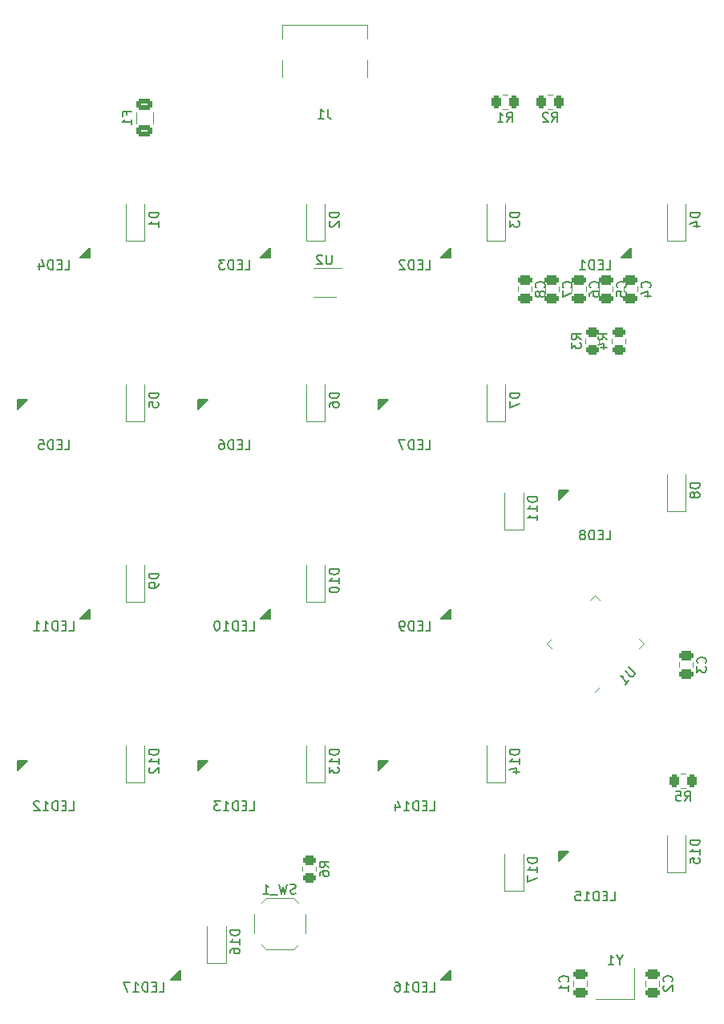
<source format=gbo>
G04 #@! TF.GenerationSoftware,KiCad,Pcbnew,(6.0.1)*
G04 #@! TF.CreationDate,2022-02-22T23:39:04+09:00*
G04 #@! TF.ProjectId,SkeletonNumPad,536b656c-6574-46f6-9e4e-756d5061642e,rev?*
G04 #@! TF.SameCoordinates,Original*
G04 #@! TF.FileFunction,Legend,Bot*
G04 #@! TF.FilePolarity,Positive*
%FSLAX46Y46*%
G04 Gerber Fmt 4.6, Leading zero omitted, Abs format (unit mm)*
G04 Created by KiCad (PCBNEW (6.0.1)) date 2022-02-22 23:39:04*
%MOMM*%
%LPD*%
G01*
G04 APERTURE LIST*
G04 Aperture macros list*
%AMRoundRect*
0 Rectangle with rounded corners*
0 $1 Rounding radius*
0 $2 $3 $4 $5 $6 $7 $8 $9 X,Y pos of 4 corners*
0 Add a 4 corners polygon primitive as box body*
4,1,4,$2,$3,$4,$5,$6,$7,$8,$9,$2,$3,0*
0 Add four circle primitives for the rounded corners*
1,1,$1+$1,$2,$3*
1,1,$1+$1,$4,$5*
1,1,$1+$1,$6,$7*
1,1,$1+$1,$8,$9*
0 Add four rect primitives between the rounded corners*
20,1,$1+$1,$2,$3,$4,$5,0*
20,1,$1+$1,$4,$5,$6,$7,0*
20,1,$1+$1,$6,$7,$8,$9,0*
20,1,$1+$1,$8,$9,$2,$3,0*%
%AMRotRect*
0 Rectangle, with rotation*
0 The origin of the aperture is its center*
0 $1 length*
0 $2 width*
0 $3 Rotation angle, in degrees counterclockwise*
0 Add horizontal line*
21,1,$1,$2,0,0,$3*%
G04 Aperture macros list end*
%ADD10C,0.150000*%
%ADD11C,0.120000*%
%ADD12C,0.600000*%
%ADD13R,0.600000X1.160000*%
%ADD14R,0.300000X1.160000*%
%ADD15O,0.900000X2.000000*%
%ADD16O,0.900000X1.700000*%
%ADD17R,1.200000X0.900000*%
%ADD18RoundRect,0.250000X-0.625000X0.375000X-0.625000X-0.375000X0.625000X-0.375000X0.625000X0.375000X0*%
%ADD19C,1.750000*%
%ADD20C,3.000000*%
%ADD21C,3.987800*%
%ADD22R,2.550000X2.500000*%
%ADD23R,1.700000X0.820000*%
%ADD24RoundRect,0.250000X0.475000X-0.250000X0.475000X0.250000X-0.475000X0.250000X-0.475000X-0.250000X0*%
%ADD25RoundRect,0.250000X-0.262500X-0.450000X0.262500X-0.450000X0.262500X0.450000X-0.262500X0.450000X0*%
%ADD26RoundRect,0.250000X-0.475000X0.250000X-0.475000X-0.250000X0.475000X-0.250000X0.475000X0.250000X0*%
%ADD27R,1.800000X1.100000*%
%ADD28RoundRect,0.250000X-0.450000X0.262500X-0.450000X-0.262500X0.450000X-0.262500X0.450000X0.262500X0*%
%ADD29C,3.048000*%
%ADD30R,1.400000X1.200000*%
%ADD31R,1.400000X1.000000*%
%ADD32RoundRect,0.062500X-0.291682X-0.380070X0.380070X0.291682X0.291682X0.380070X-0.380070X-0.291682X0*%
%ADD33RoundRect,0.062500X0.291682X-0.380070X0.380070X-0.291682X-0.291682X0.380070X-0.380070X0.291682X0*%
%ADD34RotRect,5.200000X5.200000X45.000000*%
%ADD35RoundRect,0.250000X0.450000X-0.262500X0.450000X0.262500X-0.450000X0.262500X-0.450000X-0.262500X0*%
G04 APERTURE END LIST*
D10*
X133683333Y-38847380D02*
X133683333Y-39561666D01*
X133730952Y-39704523D01*
X133826190Y-39799761D01*
X133969047Y-39847380D01*
X134064285Y-39847380D01*
X132683333Y-39847380D02*
X133254761Y-39847380D01*
X132969047Y-39847380D02*
X132969047Y-38847380D01*
X133064285Y-38990238D01*
X133159523Y-39085476D01*
X133254761Y-39133095D01*
X153899880Y-68794404D02*
X152899880Y-68794404D01*
X152899880Y-69032500D01*
X152947500Y-69175357D01*
X153042738Y-69270595D01*
X153137976Y-69318214D01*
X153328452Y-69365833D01*
X153471309Y-69365833D01*
X153661785Y-69318214D01*
X153757023Y-69270595D01*
X153852261Y-69175357D01*
X153899880Y-69032500D01*
X153899880Y-68794404D01*
X152899880Y-69699166D02*
X152899880Y-70365833D01*
X153899880Y-69937261D01*
X112458571Y-39436666D02*
X112458571Y-39103333D01*
X112982380Y-39103333D02*
X111982380Y-39103333D01*
X111982380Y-39579523D01*
X112982380Y-40484285D02*
X112982380Y-39912857D01*
X112982380Y-40198571D02*
X111982380Y-40198571D01*
X112125238Y-40103333D01*
X112220476Y-40008095D01*
X112268095Y-39912857D01*
X134849880Y-87368214D02*
X133849880Y-87368214D01*
X133849880Y-87606309D01*
X133897500Y-87749166D01*
X133992738Y-87844404D01*
X134087976Y-87892023D01*
X134278452Y-87939642D01*
X134421309Y-87939642D01*
X134611785Y-87892023D01*
X134707023Y-87844404D01*
X134802261Y-87749166D01*
X134849880Y-87606309D01*
X134849880Y-87368214D01*
X134849880Y-88892023D02*
X134849880Y-88320595D01*
X134849880Y-88606309D02*
X133849880Y-88606309D01*
X133992738Y-88511071D01*
X134087976Y-88415833D01*
X134135595Y-88320595D01*
X133849880Y-89511071D02*
X133849880Y-89606309D01*
X133897500Y-89701547D01*
X133945119Y-89749166D01*
X134040357Y-89796785D01*
X134230833Y-89844404D01*
X134468928Y-89844404D01*
X134659404Y-89796785D01*
X134754642Y-89749166D01*
X134802261Y-89701547D01*
X134849880Y-89606309D01*
X134849880Y-89511071D01*
X134802261Y-89415833D01*
X134754642Y-89368214D01*
X134659404Y-89320595D01*
X134468928Y-89272976D01*
X134230833Y-89272976D01*
X134040357Y-89320595D01*
X133945119Y-89368214D01*
X133897500Y-89415833D01*
X133849880Y-89511071D01*
X153899880Y-49744404D02*
X152899880Y-49744404D01*
X152899880Y-49982500D01*
X152947500Y-50125357D01*
X153042738Y-50220595D01*
X153137976Y-50268214D01*
X153328452Y-50315833D01*
X153471309Y-50315833D01*
X153661785Y-50268214D01*
X153757023Y-50220595D01*
X153852261Y-50125357D01*
X153899880Y-49982500D01*
X153899880Y-49744404D01*
X152899880Y-50649166D02*
X152899880Y-51268214D01*
X153280833Y-50934880D01*
X153280833Y-51077738D01*
X153328452Y-51172976D01*
X153376071Y-51220595D01*
X153471309Y-51268214D01*
X153709404Y-51268214D01*
X153804642Y-51220595D01*
X153852261Y-51172976D01*
X153899880Y-51077738D01*
X153899880Y-50792023D01*
X153852261Y-50696785D01*
X153804642Y-50649166D01*
X105894047Y-74747380D02*
X106370238Y-74747380D01*
X106370238Y-73747380D01*
X105560714Y-74223571D02*
X105227380Y-74223571D01*
X105084523Y-74747380D02*
X105560714Y-74747380D01*
X105560714Y-73747380D01*
X105084523Y-73747380D01*
X104655952Y-74747380D02*
X104655952Y-73747380D01*
X104417857Y-73747380D01*
X104275000Y-73795000D01*
X104179761Y-73890238D01*
X104132142Y-73985476D01*
X104084523Y-74175952D01*
X104084523Y-74318809D01*
X104132142Y-74509285D01*
X104179761Y-74604523D01*
X104275000Y-74699761D01*
X104417857Y-74747380D01*
X104655952Y-74747380D01*
X103179761Y-73747380D02*
X103655952Y-73747380D01*
X103703571Y-74223571D01*
X103655952Y-74175952D01*
X103560714Y-74128333D01*
X103322619Y-74128333D01*
X103227380Y-74175952D01*
X103179761Y-74223571D01*
X103132142Y-74318809D01*
X103132142Y-74556904D01*
X103179761Y-74652142D01*
X103227380Y-74699761D01*
X103322619Y-74747380D01*
X103560714Y-74747380D01*
X103655952Y-74699761D01*
X103703571Y-74652142D01*
X124372380Y-125468214D02*
X123372380Y-125468214D01*
X123372380Y-125706309D01*
X123420000Y-125849166D01*
X123515238Y-125944404D01*
X123610476Y-125992023D01*
X123800952Y-126039642D01*
X123943809Y-126039642D01*
X124134285Y-125992023D01*
X124229523Y-125944404D01*
X124324761Y-125849166D01*
X124372380Y-125706309D01*
X124372380Y-125468214D01*
X124372380Y-126992023D02*
X124372380Y-126420595D01*
X124372380Y-126706309D02*
X123372380Y-126706309D01*
X123515238Y-126611071D01*
X123610476Y-126515833D01*
X123658095Y-126420595D01*
X123372380Y-127849166D02*
X123372380Y-127658690D01*
X123420000Y-127563452D01*
X123467619Y-127515833D01*
X123610476Y-127420595D01*
X123800952Y-127372976D01*
X124181904Y-127372976D01*
X124277142Y-127420595D01*
X124324761Y-127468214D01*
X124372380Y-127563452D01*
X124372380Y-127753928D01*
X124324761Y-127849166D01*
X124277142Y-127896785D01*
X124181904Y-127944404D01*
X123943809Y-127944404D01*
X123848571Y-127896785D01*
X123800952Y-127849166D01*
X123753333Y-127753928D01*
X123753333Y-127563452D01*
X123800952Y-127468214D01*
X123848571Y-127420595D01*
X123943809Y-127372976D01*
X165094642Y-57683333D02*
X165142261Y-57635714D01*
X165189880Y-57492857D01*
X165189880Y-57397619D01*
X165142261Y-57254761D01*
X165047023Y-57159523D01*
X164951785Y-57111904D01*
X164761309Y-57064285D01*
X164618452Y-57064285D01*
X164427976Y-57111904D01*
X164332738Y-57159523D01*
X164237500Y-57254761D01*
X164189880Y-57397619D01*
X164189880Y-57492857D01*
X164237500Y-57635714D01*
X164285119Y-57683333D01*
X164189880Y-58588095D02*
X164189880Y-58111904D01*
X164666071Y-58064285D01*
X164618452Y-58111904D01*
X164570833Y-58207142D01*
X164570833Y-58445238D01*
X164618452Y-58540476D01*
X164666071Y-58588095D01*
X164761309Y-58635714D01*
X164999404Y-58635714D01*
X165094642Y-58588095D01*
X165142261Y-58540476D01*
X165189880Y-58445238D01*
X165189880Y-58207142D01*
X165142261Y-58111904D01*
X165094642Y-58064285D01*
X157329166Y-40202380D02*
X157662500Y-39726190D01*
X157900595Y-40202380D02*
X157900595Y-39202380D01*
X157519642Y-39202380D01*
X157424404Y-39250000D01*
X157376785Y-39297619D01*
X157329166Y-39392857D01*
X157329166Y-39535714D01*
X157376785Y-39630952D01*
X157424404Y-39678571D01*
X157519642Y-39726190D01*
X157900595Y-39726190D01*
X156948214Y-39297619D02*
X156900595Y-39250000D01*
X156805357Y-39202380D01*
X156567261Y-39202380D01*
X156472023Y-39250000D01*
X156424404Y-39297619D01*
X156376785Y-39392857D01*
X156376785Y-39488095D01*
X156424404Y-39630952D01*
X156995833Y-40202380D01*
X156376785Y-40202380D01*
X159024642Y-130923333D02*
X159072261Y-130875714D01*
X159119880Y-130732857D01*
X159119880Y-130637619D01*
X159072261Y-130494761D01*
X158977023Y-130399523D01*
X158881785Y-130351904D01*
X158691309Y-130304285D01*
X158548452Y-130304285D01*
X158357976Y-130351904D01*
X158262738Y-130399523D01*
X158167500Y-130494761D01*
X158119880Y-130637619D01*
X158119880Y-130732857D01*
X158167500Y-130875714D01*
X158215119Y-130923333D01*
X159119880Y-131875714D02*
X159119880Y-131304285D01*
X159119880Y-131590000D02*
X158119880Y-131590000D01*
X158262738Y-131494761D01*
X158357976Y-131399523D01*
X158405595Y-131304285D01*
X115799880Y-87844404D02*
X114799880Y-87844404D01*
X114799880Y-88082500D01*
X114847500Y-88225357D01*
X114942738Y-88320595D01*
X115037976Y-88368214D01*
X115228452Y-88415833D01*
X115371309Y-88415833D01*
X115561785Y-88368214D01*
X115657023Y-88320595D01*
X115752261Y-88225357D01*
X115799880Y-88082500D01*
X115799880Y-87844404D01*
X115799880Y-88892023D02*
X115799880Y-89082500D01*
X115752261Y-89177738D01*
X115704642Y-89225357D01*
X115561785Y-89320595D01*
X115371309Y-89368214D01*
X114990357Y-89368214D01*
X114895119Y-89320595D01*
X114847500Y-89272976D01*
X114799880Y-89177738D01*
X114799880Y-88987261D01*
X114847500Y-88892023D01*
X114895119Y-88844404D01*
X114990357Y-88796785D01*
X115228452Y-88796785D01*
X115323690Y-88844404D01*
X115371309Y-88892023D01*
X115418928Y-88987261D01*
X115418928Y-89177738D01*
X115371309Y-89272976D01*
X115323690Y-89320595D01*
X115228452Y-89368214D01*
X115895238Y-131952380D02*
X116371428Y-131952380D01*
X116371428Y-130952380D01*
X115561904Y-131428571D02*
X115228571Y-131428571D01*
X115085714Y-131952380D02*
X115561904Y-131952380D01*
X115561904Y-130952380D01*
X115085714Y-130952380D01*
X114657142Y-131952380D02*
X114657142Y-130952380D01*
X114419047Y-130952380D01*
X114276190Y-131000000D01*
X114180952Y-131095238D01*
X114133333Y-131190476D01*
X114085714Y-131380952D01*
X114085714Y-131523809D01*
X114133333Y-131714285D01*
X114180952Y-131809523D01*
X114276190Y-131904761D01*
X114419047Y-131952380D01*
X114657142Y-131952380D01*
X113133333Y-131952380D02*
X113704761Y-131952380D01*
X113419047Y-131952380D02*
X113419047Y-130952380D01*
X113514285Y-131095238D01*
X113609523Y-131190476D01*
X113704761Y-131238095D01*
X112800000Y-130952380D02*
X112133333Y-130952380D01*
X112561904Y-131952380D01*
X134849880Y-49744404D02*
X133849880Y-49744404D01*
X133849880Y-49982500D01*
X133897500Y-50125357D01*
X133992738Y-50220595D01*
X134087976Y-50268214D01*
X134278452Y-50315833D01*
X134421309Y-50315833D01*
X134611785Y-50268214D01*
X134707023Y-50220595D01*
X134802261Y-50125357D01*
X134849880Y-49982500D01*
X134849880Y-49744404D01*
X133945119Y-50696785D02*
X133897500Y-50744404D01*
X133849880Y-50839642D01*
X133849880Y-51077738D01*
X133897500Y-51172976D01*
X133945119Y-51220595D01*
X134040357Y-51268214D01*
X134135595Y-51268214D01*
X134278452Y-51220595D01*
X134849880Y-50649166D01*
X134849880Y-51268214D01*
X144470238Y-131952380D02*
X144946428Y-131952380D01*
X144946428Y-130952380D01*
X144136904Y-131428571D02*
X143803571Y-131428571D01*
X143660714Y-131952380D02*
X144136904Y-131952380D01*
X144136904Y-130952380D01*
X143660714Y-130952380D01*
X143232142Y-131952380D02*
X143232142Y-130952380D01*
X142994047Y-130952380D01*
X142851190Y-131000000D01*
X142755952Y-131095238D01*
X142708333Y-131190476D01*
X142660714Y-131380952D01*
X142660714Y-131523809D01*
X142708333Y-131714285D01*
X142755952Y-131809523D01*
X142851190Y-131904761D01*
X142994047Y-131952380D01*
X143232142Y-131952380D01*
X141708333Y-131952380D02*
X142279761Y-131952380D01*
X141994047Y-131952380D02*
X141994047Y-130952380D01*
X142089285Y-131095238D01*
X142184523Y-131190476D01*
X142279761Y-131238095D01*
X140851190Y-130952380D02*
X141041666Y-130952380D01*
X141136904Y-131000000D01*
X141184523Y-131047619D01*
X141279761Y-131190476D01*
X141327380Y-131380952D01*
X141327380Y-131761904D01*
X141279761Y-131857142D01*
X141232142Y-131904761D01*
X141136904Y-131952380D01*
X140946428Y-131952380D01*
X140851190Y-131904761D01*
X140803571Y-131857142D01*
X140755952Y-131761904D01*
X140755952Y-131523809D01*
X140803571Y-131428571D01*
X140851190Y-131380952D01*
X140946428Y-131333333D01*
X141136904Y-131333333D01*
X141232142Y-131380952D01*
X141279761Y-131428571D01*
X141327380Y-131523809D01*
X171356666Y-111822380D02*
X171690000Y-111346190D01*
X171928095Y-111822380D02*
X171928095Y-110822380D01*
X171547142Y-110822380D01*
X171451904Y-110870000D01*
X171404285Y-110917619D01*
X171356666Y-111012857D01*
X171356666Y-111155714D01*
X171404285Y-111250952D01*
X171451904Y-111298571D01*
X171547142Y-111346190D01*
X171928095Y-111346190D01*
X170451904Y-110822380D02*
X170928095Y-110822380D01*
X170975714Y-111298571D01*
X170928095Y-111250952D01*
X170832857Y-111203333D01*
X170594761Y-111203333D01*
X170499523Y-111250952D01*
X170451904Y-111298571D01*
X170404285Y-111393809D01*
X170404285Y-111631904D01*
X170451904Y-111727142D01*
X170499523Y-111774761D01*
X170594761Y-111822380D01*
X170832857Y-111822380D01*
X170928095Y-111774761D01*
X170975714Y-111727142D01*
X134849880Y-68794404D02*
X133849880Y-68794404D01*
X133849880Y-69032500D01*
X133897500Y-69175357D01*
X133992738Y-69270595D01*
X134087976Y-69318214D01*
X134278452Y-69365833D01*
X134421309Y-69365833D01*
X134611785Y-69318214D01*
X134707023Y-69270595D01*
X134802261Y-69175357D01*
X134849880Y-69032500D01*
X134849880Y-68794404D01*
X133849880Y-70222976D02*
X133849880Y-70032500D01*
X133897500Y-69937261D01*
X133945119Y-69889642D01*
X134087976Y-69794404D01*
X134278452Y-69746785D01*
X134659404Y-69746785D01*
X134754642Y-69794404D01*
X134802261Y-69842023D01*
X134849880Y-69937261D01*
X134849880Y-70127738D01*
X134802261Y-70222976D01*
X134754642Y-70270595D01*
X134659404Y-70318214D01*
X134421309Y-70318214D01*
X134326071Y-70270595D01*
X134278452Y-70222976D01*
X134230833Y-70127738D01*
X134230833Y-69937261D01*
X134278452Y-69842023D01*
X134326071Y-69794404D01*
X134421309Y-69746785D01*
X152566666Y-40202380D02*
X152900000Y-39726190D01*
X153138095Y-40202380D02*
X153138095Y-39202380D01*
X152757142Y-39202380D01*
X152661904Y-39250000D01*
X152614285Y-39297619D01*
X152566666Y-39392857D01*
X152566666Y-39535714D01*
X152614285Y-39630952D01*
X152661904Y-39678571D01*
X152757142Y-39726190D01*
X153138095Y-39726190D01*
X151614285Y-40202380D02*
X152185714Y-40202380D01*
X151900000Y-40202380D02*
X151900000Y-39202380D01*
X151995238Y-39345238D01*
X152090476Y-39440476D01*
X152185714Y-39488095D01*
X143994047Y-93852380D02*
X144470238Y-93852380D01*
X144470238Y-92852380D01*
X143660714Y-93328571D02*
X143327380Y-93328571D01*
X143184523Y-93852380D02*
X143660714Y-93852380D01*
X143660714Y-92852380D01*
X143184523Y-92852380D01*
X142755952Y-93852380D02*
X142755952Y-92852380D01*
X142517857Y-92852380D01*
X142375000Y-92900000D01*
X142279761Y-92995238D01*
X142232142Y-93090476D01*
X142184523Y-93280952D01*
X142184523Y-93423809D01*
X142232142Y-93614285D01*
X142279761Y-93709523D01*
X142375000Y-93804761D01*
X142517857Y-93852380D01*
X142755952Y-93852380D01*
X141708333Y-93852380D02*
X141517857Y-93852380D01*
X141422619Y-93804761D01*
X141375000Y-93757142D01*
X141279761Y-93614285D01*
X141232142Y-93423809D01*
X141232142Y-93042857D01*
X141279761Y-92947619D01*
X141327380Y-92900000D01*
X141422619Y-92852380D01*
X141613095Y-92852380D01*
X141708333Y-92900000D01*
X141755952Y-92947619D01*
X141803571Y-93042857D01*
X141803571Y-93280952D01*
X141755952Y-93376190D01*
X141708333Y-93423809D01*
X141613095Y-93471428D01*
X141422619Y-93471428D01*
X141327380Y-93423809D01*
X141279761Y-93376190D01*
X141232142Y-93280952D01*
X115799880Y-49744404D02*
X114799880Y-49744404D01*
X114799880Y-49982500D01*
X114847500Y-50125357D01*
X114942738Y-50220595D01*
X115037976Y-50268214D01*
X115228452Y-50315833D01*
X115371309Y-50315833D01*
X115561785Y-50268214D01*
X115657023Y-50220595D01*
X115752261Y-50125357D01*
X115799880Y-49982500D01*
X115799880Y-49744404D01*
X115799880Y-51268214D02*
X115799880Y-50696785D01*
X115799880Y-50982500D02*
X114799880Y-50982500D01*
X114942738Y-50887261D01*
X115037976Y-50792023D01*
X115085595Y-50696785D01*
X105894047Y-55752380D02*
X106370238Y-55752380D01*
X106370238Y-54752380D01*
X105560714Y-55228571D02*
X105227380Y-55228571D01*
X105084523Y-55752380D02*
X105560714Y-55752380D01*
X105560714Y-54752380D01*
X105084523Y-54752380D01*
X104655952Y-55752380D02*
X104655952Y-54752380D01*
X104417857Y-54752380D01*
X104275000Y-54800000D01*
X104179761Y-54895238D01*
X104132142Y-54990476D01*
X104084523Y-55180952D01*
X104084523Y-55323809D01*
X104132142Y-55514285D01*
X104179761Y-55609523D01*
X104275000Y-55704761D01*
X104417857Y-55752380D01*
X104655952Y-55752380D01*
X103227380Y-55085714D02*
X103227380Y-55752380D01*
X103465476Y-54704761D02*
X103703571Y-55419047D01*
X103084523Y-55419047D01*
X130301785Y-121582261D02*
X130158928Y-121629880D01*
X129920833Y-121629880D01*
X129825595Y-121582261D01*
X129777976Y-121534642D01*
X129730357Y-121439404D01*
X129730357Y-121344166D01*
X129777976Y-121248928D01*
X129825595Y-121201309D01*
X129920833Y-121153690D01*
X130111309Y-121106071D01*
X130206547Y-121058452D01*
X130254166Y-121010833D01*
X130301785Y-120915595D01*
X130301785Y-120820357D01*
X130254166Y-120725119D01*
X130206547Y-120677500D01*
X130111309Y-120629880D01*
X129873214Y-120629880D01*
X129730357Y-120677500D01*
X129397023Y-120629880D02*
X129158928Y-121629880D01*
X128968452Y-120915595D01*
X128777976Y-121629880D01*
X128539880Y-120629880D01*
X128397023Y-121725119D02*
X127635119Y-121725119D01*
X126873214Y-121629880D02*
X127444642Y-121629880D01*
X127158928Y-121629880D02*
X127158928Y-120629880D01*
X127254166Y-120772738D01*
X127349404Y-120867976D01*
X127444642Y-120915595D01*
X159379642Y-57683333D02*
X159427261Y-57635714D01*
X159474880Y-57492857D01*
X159474880Y-57397619D01*
X159427261Y-57254761D01*
X159332023Y-57159523D01*
X159236785Y-57111904D01*
X159046309Y-57064285D01*
X158903452Y-57064285D01*
X158712976Y-57111904D01*
X158617738Y-57159523D01*
X158522500Y-57254761D01*
X158474880Y-57397619D01*
X158474880Y-57492857D01*
X158522500Y-57635714D01*
X158570119Y-57683333D01*
X158474880Y-58016666D02*
X158474880Y-58683333D01*
X159474880Y-58254761D01*
X143994047Y-55752380D02*
X144470238Y-55752380D01*
X144470238Y-54752380D01*
X143660714Y-55228571D02*
X143327380Y-55228571D01*
X143184523Y-55752380D02*
X143660714Y-55752380D01*
X143660714Y-54752380D01*
X143184523Y-54752380D01*
X142755952Y-55752380D02*
X142755952Y-54752380D01*
X142517857Y-54752380D01*
X142375000Y-54800000D01*
X142279761Y-54895238D01*
X142232142Y-54990476D01*
X142184523Y-55180952D01*
X142184523Y-55323809D01*
X142232142Y-55514285D01*
X142279761Y-55609523D01*
X142375000Y-55704761D01*
X142517857Y-55752380D01*
X142755952Y-55752380D01*
X141803571Y-54847619D02*
X141755952Y-54800000D01*
X141660714Y-54752380D01*
X141422619Y-54752380D01*
X141327380Y-54800000D01*
X141279761Y-54847619D01*
X141232142Y-54942857D01*
X141232142Y-55038095D01*
X141279761Y-55180952D01*
X141851190Y-55752380D01*
X141232142Y-55752380D01*
X163192380Y-63163333D02*
X162716190Y-62830000D01*
X163192380Y-62591904D02*
X162192380Y-62591904D01*
X162192380Y-62972857D01*
X162240000Y-63068095D01*
X162287619Y-63115714D01*
X162382857Y-63163333D01*
X162525714Y-63163333D01*
X162620952Y-63115714D01*
X162668571Y-63068095D01*
X162716190Y-62972857D01*
X162716190Y-62591904D01*
X162525714Y-64020476D02*
X163192380Y-64020476D01*
X162144761Y-63782380D02*
X162859047Y-63544285D01*
X162859047Y-64163333D01*
X163044047Y-55752380D02*
X163520238Y-55752380D01*
X163520238Y-54752380D01*
X162710714Y-55228571D02*
X162377380Y-55228571D01*
X162234523Y-55752380D02*
X162710714Y-55752380D01*
X162710714Y-54752380D01*
X162234523Y-54752380D01*
X161805952Y-55752380D02*
X161805952Y-54752380D01*
X161567857Y-54752380D01*
X161425000Y-54800000D01*
X161329761Y-54895238D01*
X161282142Y-54990476D01*
X161234523Y-55180952D01*
X161234523Y-55323809D01*
X161282142Y-55514285D01*
X161329761Y-55609523D01*
X161425000Y-55704761D01*
X161567857Y-55752380D01*
X161805952Y-55752380D01*
X160282142Y-55752380D02*
X160853571Y-55752380D01*
X160567857Y-55752380D02*
X160567857Y-54752380D01*
X160663095Y-54895238D01*
X160758333Y-54990476D01*
X160853571Y-55038095D01*
X172949880Y-78319404D02*
X171949880Y-78319404D01*
X171949880Y-78557500D01*
X171997500Y-78700357D01*
X172092738Y-78795595D01*
X172187976Y-78843214D01*
X172378452Y-78890833D01*
X172521309Y-78890833D01*
X172711785Y-78843214D01*
X172807023Y-78795595D01*
X172902261Y-78700357D01*
X172949880Y-78557500D01*
X172949880Y-78319404D01*
X172378452Y-79462261D02*
X172330833Y-79367023D01*
X172283214Y-79319404D01*
X172187976Y-79271785D01*
X172140357Y-79271785D01*
X172045119Y-79319404D01*
X171997500Y-79367023D01*
X171949880Y-79462261D01*
X171949880Y-79652738D01*
X171997500Y-79747976D01*
X172045119Y-79795595D01*
X172140357Y-79843214D01*
X172187976Y-79843214D01*
X172283214Y-79795595D01*
X172330833Y-79747976D01*
X172378452Y-79652738D01*
X172378452Y-79462261D01*
X172426071Y-79367023D01*
X172473690Y-79319404D01*
X172568928Y-79271785D01*
X172759404Y-79271785D01*
X172854642Y-79319404D01*
X172902261Y-79367023D01*
X172949880Y-79462261D01*
X172949880Y-79652738D01*
X172902261Y-79747976D01*
X172854642Y-79795595D01*
X172759404Y-79843214D01*
X172568928Y-79843214D01*
X172473690Y-79795595D01*
X172426071Y-79747976D01*
X172378452Y-79652738D01*
X163520238Y-122372380D02*
X163996428Y-122372380D01*
X163996428Y-121372380D01*
X163186904Y-121848571D02*
X162853571Y-121848571D01*
X162710714Y-122372380D02*
X163186904Y-122372380D01*
X163186904Y-121372380D01*
X162710714Y-121372380D01*
X162282142Y-122372380D02*
X162282142Y-121372380D01*
X162044047Y-121372380D01*
X161901190Y-121420000D01*
X161805952Y-121515238D01*
X161758333Y-121610476D01*
X161710714Y-121800952D01*
X161710714Y-121943809D01*
X161758333Y-122134285D01*
X161805952Y-122229523D01*
X161901190Y-122324761D01*
X162044047Y-122372380D01*
X162282142Y-122372380D01*
X160758333Y-122372380D02*
X161329761Y-122372380D01*
X161044047Y-122372380D02*
X161044047Y-121372380D01*
X161139285Y-121515238D01*
X161234523Y-121610476D01*
X161329761Y-121658095D01*
X159853571Y-121372380D02*
X160329761Y-121372380D01*
X160377380Y-121848571D01*
X160329761Y-121800952D01*
X160234523Y-121753333D01*
X159996428Y-121753333D01*
X159901190Y-121800952D01*
X159853571Y-121848571D01*
X159805952Y-121943809D01*
X159805952Y-122181904D01*
X159853571Y-122277142D01*
X159901190Y-122324761D01*
X159996428Y-122372380D01*
X160234523Y-122372380D01*
X160329761Y-122324761D01*
X160377380Y-122277142D01*
X115799880Y-68794404D02*
X114799880Y-68794404D01*
X114799880Y-69032500D01*
X114847500Y-69175357D01*
X114942738Y-69270595D01*
X115037976Y-69318214D01*
X115228452Y-69365833D01*
X115371309Y-69365833D01*
X115561785Y-69318214D01*
X115657023Y-69270595D01*
X115752261Y-69175357D01*
X115799880Y-69032500D01*
X115799880Y-68794404D01*
X114799880Y-70270595D02*
X114799880Y-69794404D01*
X115276071Y-69746785D01*
X115228452Y-69794404D01*
X115180833Y-69889642D01*
X115180833Y-70127738D01*
X115228452Y-70222976D01*
X115276071Y-70270595D01*
X115371309Y-70318214D01*
X115609404Y-70318214D01*
X115704642Y-70270595D01*
X115752261Y-70222976D01*
X115799880Y-70127738D01*
X115799880Y-69889642D01*
X115752261Y-69794404D01*
X115704642Y-69746785D01*
X155804880Y-117848214D02*
X154804880Y-117848214D01*
X154804880Y-118086309D01*
X154852500Y-118229166D01*
X154947738Y-118324404D01*
X155042976Y-118372023D01*
X155233452Y-118419642D01*
X155376309Y-118419642D01*
X155566785Y-118372023D01*
X155662023Y-118324404D01*
X155757261Y-118229166D01*
X155804880Y-118086309D01*
X155804880Y-117848214D01*
X155804880Y-119372023D02*
X155804880Y-118800595D01*
X155804880Y-119086309D02*
X154804880Y-119086309D01*
X154947738Y-118991071D01*
X155042976Y-118895833D01*
X155090595Y-118800595D01*
X154804880Y-119705357D02*
X154804880Y-120372023D01*
X155804880Y-119943452D01*
X172949880Y-115943214D02*
X171949880Y-115943214D01*
X171949880Y-116181309D01*
X171997500Y-116324166D01*
X172092738Y-116419404D01*
X172187976Y-116467023D01*
X172378452Y-116514642D01*
X172521309Y-116514642D01*
X172711785Y-116467023D01*
X172807023Y-116419404D01*
X172902261Y-116324166D01*
X172949880Y-116181309D01*
X172949880Y-115943214D01*
X172949880Y-117467023D02*
X172949880Y-116895595D01*
X172949880Y-117181309D02*
X171949880Y-117181309D01*
X172092738Y-117086071D01*
X172187976Y-116990833D01*
X172235595Y-116895595D01*
X171949880Y-118371785D02*
X171949880Y-117895595D01*
X172426071Y-117847976D01*
X172378452Y-117895595D01*
X172330833Y-117990833D01*
X172330833Y-118228928D01*
X172378452Y-118324166D01*
X172426071Y-118371785D01*
X172521309Y-118419404D01*
X172759404Y-118419404D01*
X172854642Y-118371785D01*
X172902261Y-118324166D01*
X172949880Y-118228928D01*
X172949880Y-117990833D01*
X172902261Y-117895595D01*
X172854642Y-117847976D01*
X173547142Y-97303333D02*
X173594761Y-97255714D01*
X173642380Y-97112857D01*
X173642380Y-97017619D01*
X173594761Y-96874761D01*
X173499523Y-96779523D01*
X173404285Y-96731904D01*
X173213809Y-96684285D01*
X173070952Y-96684285D01*
X172880476Y-96731904D01*
X172785238Y-96779523D01*
X172690000Y-96874761D01*
X172642380Y-97017619D01*
X172642380Y-97112857D01*
X172690000Y-97255714D01*
X172737619Y-97303333D01*
X172642380Y-97636666D02*
X172642380Y-98255714D01*
X173023333Y-97922380D01*
X173023333Y-98065238D01*
X173070952Y-98160476D01*
X173118571Y-98208095D01*
X173213809Y-98255714D01*
X173451904Y-98255714D01*
X173547142Y-98208095D01*
X173594761Y-98160476D01*
X173642380Y-98065238D01*
X173642380Y-97779523D01*
X173594761Y-97684285D01*
X173547142Y-97636666D01*
X134091904Y-54222380D02*
X134091904Y-55031904D01*
X134044285Y-55127142D01*
X133996666Y-55174761D01*
X133901428Y-55222380D01*
X133710952Y-55222380D01*
X133615714Y-55174761D01*
X133568095Y-55127142D01*
X133520476Y-55031904D01*
X133520476Y-54222380D01*
X133091904Y-54317619D02*
X133044285Y-54270000D01*
X132949047Y-54222380D01*
X132710952Y-54222380D01*
X132615714Y-54270000D01*
X132568095Y-54317619D01*
X132520476Y-54412857D01*
X132520476Y-54508095D01*
X132568095Y-54650952D01*
X133139523Y-55222380D01*
X132520476Y-55222380D01*
X167683942Y-57683333D02*
X167731561Y-57635714D01*
X167779180Y-57492857D01*
X167779180Y-57397619D01*
X167731561Y-57254761D01*
X167636323Y-57159523D01*
X167541085Y-57111904D01*
X167350609Y-57064285D01*
X167207752Y-57064285D01*
X167017276Y-57111904D01*
X166922038Y-57159523D01*
X166826800Y-57254761D01*
X166779180Y-57397619D01*
X166779180Y-57492857D01*
X166826800Y-57635714D01*
X166874419Y-57683333D01*
X167112514Y-58540476D02*
X167779180Y-58540476D01*
X166731561Y-58302380D02*
X167445847Y-58064285D01*
X167445847Y-58683333D01*
X144470238Y-112847380D02*
X144946428Y-112847380D01*
X144946428Y-111847380D01*
X144136904Y-112323571D02*
X143803571Y-112323571D01*
X143660714Y-112847380D02*
X144136904Y-112847380D01*
X144136904Y-111847380D01*
X143660714Y-111847380D01*
X143232142Y-112847380D02*
X143232142Y-111847380D01*
X142994047Y-111847380D01*
X142851190Y-111895000D01*
X142755952Y-111990238D01*
X142708333Y-112085476D01*
X142660714Y-112275952D01*
X142660714Y-112418809D01*
X142708333Y-112609285D01*
X142755952Y-112704523D01*
X142851190Y-112799761D01*
X142994047Y-112847380D01*
X143232142Y-112847380D01*
X141708333Y-112847380D02*
X142279761Y-112847380D01*
X141994047Y-112847380D02*
X141994047Y-111847380D01*
X142089285Y-111990238D01*
X142184523Y-112085476D01*
X142279761Y-112133095D01*
X140851190Y-112180714D02*
X140851190Y-112847380D01*
X141089285Y-111799761D02*
X141327380Y-112514047D01*
X140708333Y-112514047D01*
X165484777Y-97732281D02*
X166057197Y-98304701D01*
X166090869Y-98405716D01*
X166090869Y-98473060D01*
X166057197Y-98574075D01*
X165922510Y-98708762D01*
X165821495Y-98742434D01*
X165754151Y-98742434D01*
X165653136Y-98708762D01*
X165080716Y-98136342D01*
X165080716Y-99550556D02*
X165484777Y-99146495D01*
X165282747Y-99348525D02*
X164575640Y-98641419D01*
X164743999Y-98675090D01*
X164878686Y-98675090D01*
X164979701Y-98641419D01*
X115799880Y-106418214D02*
X114799880Y-106418214D01*
X114799880Y-106656309D01*
X114847500Y-106799166D01*
X114942738Y-106894404D01*
X115037976Y-106942023D01*
X115228452Y-106989642D01*
X115371309Y-106989642D01*
X115561785Y-106942023D01*
X115657023Y-106894404D01*
X115752261Y-106799166D01*
X115799880Y-106656309D01*
X115799880Y-106418214D01*
X115799880Y-107942023D02*
X115799880Y-107370595D01*
X115799880Y-107656309D02*
X114799880Y-107656309D01*
X114942738Y-107561071D01*
X115037976Y-107465833D01*
X115085595Y-107370595D01*
X114895119Y-108322976D02*
X114847500Y-108370595D01*
X114799880Y-108465833D01*
X114799880Y-108703928D01*
X114847500Y-108799166D01*
X114895119Y-108846785D01*
X114990357Y-108894404D01*
X115085595Y-108894404D01*
X115228452Y-108846785D01*
X115799880Y-108275357D01*
X115799880Y-108894404D01*
X170004642Y-130923333D02*
X170052261Y-130875714D01*
X170099880Y-130732857D01*
X170099880Y-130637619D01*
X170052261Y-130494761D01*
X169957023Y-130399523D01*
X169861785Y-130351904D01*
X169671309Y-130304285D01*
X169528452Y-130304285D01*
X169337976Y-130351904D01*
X169242738Y-130399523D01*
X169147500Y-130494761D01*
X169099880Y-130637619D01*
X169099880Y-130732857D01*
X169147500Y-130875714D01*
X169195119Y-130923333D01*
X169195119Y-131304285D02*
X169147500Y-131351904D01*
X169099880Y-131447142D01*
X169099880Y-131685238D01*
X169147500Y-131780476D01*
X169195119Y-131828095D01*
X169290357Y-131875714D01*
X169385595Y-131875714D01*
X169528452Y-131828095D01*
X170099880Y-131256666D01*
X170099880Y-131875714D01*
X172949880Y-49744404D02*
X171949880Y-49744404D01*
X171949880Y-49982500D01*
X171997500Y-50125357D01*
X172092738Y-50220595D01*
X172187976Y-50268214D01*
X172378452Y-50315833D01*
X172521309Y-50315833D01*
X172711785Y-50268214D01*
X172807023Y-50220595D01*
X172902261Y-50125357D01*
X172949880Y-49982500D01*
X172949880Y-49744404D01*
X172283214Y-51172976D02*
X172949880Y-51172976D01*
X171902261Y-50934880D02*
X172616547Y-50696785D01*
X172616547Y-51315833D01*
X156522142Y-57683333D02*
X156569761Y-57635714D01*
X156617380Y-57492857D01*
X156617380Y-57397619D01*
X156569761Y-57254761D01*
X156474523Y-57159523D01*
X156379285Y-57111904D01*
X156188809Y-57064285D01*
X156045952Y-57064285D01*
X155855476Y-57111904D01*
X155760238Y-57159523D01*
X155665000Y-57254761D01*
X155617380Y-57397619D01*
X155617380Y-57492857D01*
X155665000Y-57635714D01*
X155712619Y-57683333D01*
X156045952Y-58254761D02*
X155998333Y-58159523D01*
X155950714Y-58111904D01*
X155855476Y-58064285D01*
X155807857Y-58064285D01*
X155712619Y-58111904D01*
X155665000Y-58159523D01*
X155617380Y-58254761D01*
X155617380Y-58445238D01*
X155665000Y-58540476D01*
X155712619Y-58588095D01*
X155807857Y-58635714D01*
X155855476Y-58635714D01*
X155950714Y-58588095D01*
X155998333Y-58540476D01*
X156045952Y-58445238D01*
X156045952Y-58254761D01*
X156093571Y-58159523D01*
X156141190Y-58111904D01*
X156236428Y-58064285D01*
X156426904Y-58064285D01*
X156522142Y-58111904D01*
X156569761Y-58159523D01*
X156617380Y-58254761D01*
X156617380Y-58445238D01*
X156569761Y-58540476D01*
X156522142Y-58588095D01*
X156426904Y-58635714D01*
X156236428Y-58635714D01*
X156141190Y-58588095D01*
X156093571Y-58540476D01*
X156045952Y-58445238D01*
X153899880Y-106418214D02*
X152899880Y-106418214D01*
X152899880Y-106656309D01*
X152947500Y-106799166D01*
X153042738Y-106894404D01*
X153137976Y-106942023D01*
X153328452Y-106989642D01*
X153471309Y-106989642D01*
X153661785Y-106942023D01*
X153757023Y-106894404D01*
X153852261Y-106799166D01*
X153899880Y-106656309D01*
X153899880Y-106418214D01*
X153899880Y-107942023D02*
X153899880Y-107370595D01*
X153899880Y-107656309D02*
X152899880Y-107656309D01*
X153042738Y-107561071D01*
X153137976Y-107465833D01*
X153185595Y-107370595D01*
X153233214Y-108799166D02*
X153899880Y-108799166D01*
X152852261Y-108561071D02*
X153566547Y-108322976D01*
X153566547Y-108942023D01*
X106370238Y-93852380D02*
X106846428Y-93852380D01*
X106846428Y-92852380D01*
X106036904Y-93328571D02*
X105703571Y-93328571D01*
X105560714Y-93852380D02*
X106036904Y-93852380D01*
X106036904Y-92852380D01*
X105560714Y-92852380D01*
X105132142Y-93852380D02*
X105132142Y-92852380D01*
X104894047Y-92852380D01*
X104751190Y-92900000D01*
X104655952Y-92995238D01*
X104608333Y-93090476D01*
X104560714Y-93280952D01*
X104560714Y-93423809D01*
X104608333Y-93614285D01*
X104655952Y-93709523D01*
X104751190Y-93804761D01*
X104894047Y-93852380D01*
X105132142Y-93852380D01*
X103608333Y-93852380D02*
X104179761Y-93852380D01*
X103894047Y-93852380D02*
X103894047Y-92852380D01*
X103989285Y-92995238D01*
X104084523Y-93090476D01*
X104179761Y-93138095D01*
X102655952Y-93852380D02*
X103227380Y-93852380D01*
X102941666Y-93852380D02*
X102941666Y-92852380D01*
X103036904Y-92995238D01*
X103132142Y-93090476D01*
X103227380Y-93138095D01*
X164486190Y-128616190D02*
X164486190Y-129092380D01*
X164819523Y-128092380D02*
X164486190Y-128616190D01*
X164152857Y-128092380D01*
X163295714Y-129092380D02*
X163867142Y-129092380D01*
X163581428Y-129092380D02*
X163581428Y-128092380D01*
X163676666Y-128235238D01*
X163771904Y-128330476D01*
X163867142Y-128378095D01*
X125420238Y-112847380D02*
X125896428Y-112847380D01*
X125896428Y-111847380D01*
X125086904Y-112323571D02*
X124753571Y-112323571D01*
X124610714Y-112847380D02*
X125086904Y-112847380D01*
X125086904Y-111847380D01*
X124610714Y-111847380D01*
X124182142Y-112847380D02*
X124182142Y-111847380D01*
X123944047Y-111847380D01*
X123801190Y-111895000D01*
X123705952Y-111990238D01*
X123658333Y-112085476D01*
X123610714Y-112275952D01*
X123610714Y-112418809D01*
X123658333Y-112609285D01*
X123705952Y-112704523D01*
X123801190Y-112799761D01*
X123944047Y-112847380D01*
X124182142Y-112847380D01*
X122658333Y-112847380D02*
X123229761Y-112847380D01*
X122944047Y-112847380D02*
X122944047Y-111847380D01*
X123039285Y-111990238D01*
X123134523Y-112085476D01*
X123229761Y-112133095D01*
X122325000Y-111847380D02*
X121705952Y-111847380D01*
X122039285Y-112228333D01*
X121896428Y-112228333D01*
X121801190Y-112275952D01*
X121753571Y-112323571D01*
X121705952Y-112418809D01*
X121705952Y-112656904D01*
X121753571Y-112752142D01*
X121801190Y-112799761D01*
X121896428Y-112847380D01*
X122182142Y-112847380D01*
X122277380Y-112799761D01*
X122325000Y-112752142D01*
X134849880Y-106418214D02*
X133849880Y-106418214D01*
X133849880Y-106656309D01*
X133897500Y-106799166D01*
X133992738Y-106894404D01*
X134087976Y-106942023D01*
X134278452Y-106989642D01*
X134421309Y-106989642D01*
X134611785Y-106942023D01*
X134707023Y-106894404D01*
X134802261Y-106799166D01*
X134849880Y-106656309D01*
X134849880Y-106418214D01*
X134849880Y-107942023D02*
X134849880Y-107370595D01*
X134849880Y-107656309D02*
X133849880Y-107656309D01*
X133992738Y-107561071D01*
X134087976Y-107465833D01*
X134135595Y-107370595D01*
X133849880Y-108275357D02*
X133849880Y-108894404D01*
X134230833Y-108561071D01*
X134230833Y-108703928D01*
X134278452Y-108799166D01*
X134326071Y-108846785D01*
X134421309Y-108894404D01*
X134659404Y-108894404D01*
X134754642Y-108846785D01*
X134802261Y-108799166D01*
X134849880Y-108703928D01*
X134849880Y-108418214D01*
X134802261Y-108322976D01*
X134754642Y-108275357D01*
X163044047Y-84272380D02*
X163520238Y-84272380D01*
X163520238Y-83272380D01*
X162710714Y-83748571D02*
X162377380Y-83748571D01*
X162234523Y-84272380D02*
X162710714Y-84272380D01*
X162710714Y-83272380D01*
X162234523Y-83272380D01*
X161805952Y-84272380D02*
X161805952Y-83272380D01*
X161567857Y-83272380D01*
X161425000Y-83320000D01*
X161329761Y-83415238D01*
X161282142Y-83510476D01*
X161234523Y-83700952D01*
X161234523Y-83843809D01*
X161282142Y-84034285D01*
X161329761Y-84129523D01*
X161425000Y-84224761D01*
X161567857Y-84272380D01*
X161805952Y-84272380D01*
X160663095Y-83700952D02*
X160758333Y-83653333D01*
X160805952Y-83605714D01*
X160853571Y-83510476D01*
X160853571Y-83462857D01*
X160805952Y-83367619D01*
X160758333Y-83320000D01*
X160663095Y-83272380D01*
X160472619Y-83272380D01*
X160377380Y-83320000D01*
X160329761Y-83367619D01*
X160282142Y-83462857D01*
X160282142Y-83510476D01*
X160329761Y-83605714D01*
X160377380Y-83653333D01*
X160472619Y-83700952D01*
X160663095Y-83700952D01*
X160758333Y-83748571D01*
X160805952Y-83796190D01*
X160853571Y-83891428D01*
X160853571Y-84081904D01*
X160805952Y-84177142D01*
X160758333Y-84224761D01*
X160663095Y-84272380D01*
X160472619Y-84272380D01*
X160377380Y-84224761D01*
X160329761Y-84177142D01*
X160282142Y-84081904D01*
X160282142Y-83891428D01*
X160329761Y-83796190D01*
X160377380Y-83748571D01*
X160472619Y-83700952D01*
X155804880Y-79748214D02*
X154804880Y-79748214D01*
X154804880Y-79986309D01*
X154852500Y-80129166D01*
X154947738Y-80224404D01*
X155042976Y-80272023D01*
X155233452Y-80319642D01*
X155376309Y-80319642D01*
X155566785Y-80272023D01*
X155662023Y-80224404D01*
X155757261Y-80129166D01*
X155804880Y-79986309D01*
X155804880Y-79748214D01*
X155804880Y-81272023D02*
X155804880Y-80700595D01*
X155804880Y-80986309D02*
X154804880Y-80986309D01*
X154947738Y-80891071D01*
X155042976Y-80795833D01*
X155090595Y-80700595D01*
X155804880Y-82224404D02*
X155804880Y-81652976D01*
X155804880Y-81938690D02*
X154804880Y-81938690D01*
X154947738Y-81843452D01*
X155042976Y-81748214D01*
X155090595Y-81652976D01*
X162237142Y-57683333D02*
X162284761Y-57635714D01*
X162332380Y-57492857D01*
X162332380Y-57397619D01*
X162284761Y-57254761D01*
X162189523Y-57159523D01*
X162094285Y-57111904D01*
X161903809Y-57064285D01*
X161760952Y-57064285D01*
X161570476Y-57111904D01*
X161475238Y-57159523D01*
X161380000Y-57254761D01*
X161332380Y-57397619D01*
X161332380Y-57492857D01*
X161380000Y-57635714D01*
X161427619Y-57683333D01*
X161332380Y-58540476D02*
X161332380Y-58350000D01*
X161380000Y-58254761D01*
X161427619Y-58207142D01*
X161570476Y-58111904D01*
X161760952Y-58064285D01*
X162141904Y-58064285D01*
X162237142Y-58111904D01*
X162284761Y-58159523D01*
X162332380Y-58254761D01*
X162332380Y-58445238D01*
X162284761Y-58540476D01*
X162237142Y-58588095D01*
X162141904Y-58635714D01*
X161903809Y-58635714D01*
X161808571Y-58588095D01*
X161760952Y-58540476D01*
X161713333Y-58445238D01*
X161713333Y-58254761D01*
X161760952Y-58159523D01*
X161808571Y-58111904D01*
X161903809Y-58064285D01*
X124944047Y-55752380D02*
X125420238Y-55752380D01*
X125420238Y-54752380D01*
X124610714Y-55228571D02*
X124277380Y-55228571D01*
X124134523Y-55752380D02*
X124610714Y-55752380D01*
X124610714Y-54752380D01*
X124134523Y-54752380D01*
X123705952Y-55752380D02*
X123705952Y-54752380D01*
X123467857Y-54752380D01*
X123325000Y-54800000D01*
X123229761Y-54895238D01*
X123182142Y-54990476D01*
X123134523Y-55180952D01*
X123134523Y-55323809D01*
X123182142Y-55514285D01*
X123229761Y-55609523D01*
X123325000Y-55704761D01*
X123467857Y-55752380D01*
X123705952Y-55752380D01*
X122801190Y-54752380D02*
X122182142Y-54752380D01*
X122515476Y-55133333D01*
X122372619Y-55133333D01*
X122277380Y-55180952D01*
X122229761Y-55228571D01*
X122182142Y-55323809D01*
X122182142Y-55561904D01*
X122229761Y-55657142D01*
X122277380Y-55704761D01*
X122372619Y-55752380D01*
X122658333Y-55752380D01*
X122753571Y-55704761D01*
X122801190Y-55657142D01*
X133822380Y-118843333D02*
X133346190Y-118510000D01*
X133822380Y-118271904D02*
X132822380Y-118271904D01*
X132822380Y-118652857D01*
X132870000Y-118748095D01*
X132917619Y-118795714D01*
X133012857Y-118843333D01*
X133155714Y-118843333D01*
X133250952Y-118795714D01*
X133298571Y-118748095D01*
X133346190Y-118652857D01*
X133346190Y-118271904D01*
X132822380Y-119700476D02*
X132822380Y-119510000D01*
X132870000Y-119414761D01*
X132917619Y-119367142D01*
X133060476Y-119271904D01*
X133250952Y-119224285D01*
X133631904Y-119224285D01*
X133727142Y-119271904D01*
X133774761Y-119319523D01*
X133822380Y-119414761D01*
X133822380Y-119605238D01*
X133774761Y-119700476D01*
X133727142Y-119748095D01*
X133631904Y-119795714D01*
X133393809Y-119795714D01*
X133298571Y-119748095D01*
X133250952Y-119700476D01*
X133203333Y-119605238D01*
X133203333Y-119414761D01*
X133250952Y-119319523D01*
X133298571Y-119271904D01*
X133393809Y-119224285D01*
X160412380Y-63163333D02*
X159936190Y-62830000D01*
X160412380Y-62591904D02*
X159412380Y-62591904D01*
X159412380Y-62972857D01*
X159460000Y-63068095D01*
X159507619Y-63115714D01*
X159602857Y-63163333D01*
X159745714Y-63163333D01*
X159840952Y-63115714D01*
X159888571Y-63068095D01*
X159936190Y-62972857D01*
X159936190Y-62591904D01*
X159412380Y-63496666D02*
X159412380Y-64115714D01*
X159793333Y-63782380D01*
X159793333Y-63925238D01*
X159840952Y-64020476D01*
X159888571Y-64068095D01*
X159983809Y-64115714D01*
X160221904Y-64115714D01*
X160317142Y-64068095D01*
X160364761Y-64020476D01*
X160412380Y-63925238D01*
X160412380Y-63639523D01*
X160364761Y-63544285D01*
X160317142Y-63496666D01*
X124944047Y-74747380D02*
X125420238Y-74747380D01*
X125420238Y-73747380D01*
X124610714Y-74223571D02*
X124277380Y-74223571D01*
X124134523Y-74747380D02*
X124610714Y-74747380D01*
X124610714Y-73747380D01*
X124134523Y-73747380D01*
X123705952Y-74747380D02*
X123705952Y-73747380D01*
X123467857Y-73747380D01*
X123325000Y-73795000D01*
X123229761Y-73890238D01*
X123182142Y-73985476D01*
X123134523Y-74175952D01*
X123134523Y-74318809D01*
X123182142Y-74509285D01*
X123229761Y-74604523D01*
X123325000Y-74699761D01*
X123467857Y-74747380D01*
X123705952Y-74747380D01*
X122277380Y-73747380D02*
X122467857Y-73747380D01*
X122563095Y-73795000D01*
X122610714Y-73842619D01*
X122705952Y-73985476D01*
X122753571Y-74175952D01*
X122753571Y-74556904D01*
X122705952Y-74652142D01*
X122658333Y-74699761D01*
X122563095Y-74747380D01*
X122372619Y-74747380D01*
X122277380Y-74699761D01*
X122229761Y-74652142D01*
X122182142Y-74556904D01*
X122182142Y-74318809D01*
X122229761Y-74223571D01*
X122277380Y-74175952D01*
X122372619Y-74128333D01*
X122563095Y-74128333D01*
X122658333Y-74175952D01*
X122705952Y-74223571D01*
X122753571Y-74318809D01*
X106370238Y-112847380D02*
X106846428Y-112847380D01*
X106846428Y-111847380D01*
X106036904Y-112323571D02*
X105703571Y-112323571D01*
X105560714Y-112847380D02*
X106036904Y-112847380D01*
X106036904Y-111847380D01*
X105560714Y-111847380D01*
X105132142Y-112847380D02*
X105132142Y-111847380D01*
X104894047Y-111847380D01*
X104751190Y-111895000D01*
X104655952Y-111990238D01*
X104608333Y-112085476D01*
X104560714Y-112275952D01*
X104560714Y-112418809D01*
X104608333Y-112609285D01*
X104655952Y-112704523D01*
X104751190Y-112799761D01*
X104894047Y-112847380D01*
X105132142Y-112847380D01*
X103608333Y-112847380D02*
X104179761Y-112847380D01*
X103894047Y-112847380D02*
X103894047Y-111847380D01*
X103989285Y-111990238D01*
X104084523Y-112085476D01*
X104179761Y-112133095D01*
X103227380Y-111942619D02*
X103179761Y-111895000D01*
X103084523Y-111847380D01*
X102846428Y-111847380D01*
X102751190Y-111895000D01*
X102703571Y-111942619D01*
X102655952Y-112037857D01*
X102655952Y-112133095D01*
X102703571Y-112275952D01*
X103275000Y-112847380D01*
X102655952Y-112847380D01*
X125420238Y-93852380D02*
X125896428Y-93852380D01*
X125896428Y-92852380D01*
X125086904Y-93328571D02*
X124753571Y-93328571D01*
X124610714Y-93852380D02*
X125086904Y-93852380D01*
X125086904Y-92852380D01*
X124610714Y-92852380D01*
X124182142Y-93852380D02*
X124182142Y-92852380D01*
X123944047Y-92852380D01*
X123801190Y-92900000D01*
X123705952Y-92995238D01*
X123658333Y-93090476D01*
X123610714Y-93280952D01*
X123610714Y-93423809D01*
X123658333Y-93614285D01*
X123705952Y-93709523D01*
X123801190Y-93804761D01*
X123944047Y-93852380D01*
X124182142Y-93852380D01*
X122658333Y-93852380D02*
X123229761Y-93852380D01*
X122944047Y-93852380D02*
X122944047Y-92852380D01*
X123039285Y-92995238D01*
X123134523Y-93090476D01*
X123229761Y-93138095D01*
X122039285Y-92852380D02*
X121944047Y-92852380D01*
X121848809Y-92900000D01*
X121801190Y-92947619D01*
X121753571Y-93042857D01*
X121705952Y-93233333D01*
X121705952Y-93471428D01*
X121753571Y-93661904D01*
X121801190Y-93757142D01*
X121848809Y-93804761D01*
X121944047Y-93852380D01*
X122039285Y-93852380D01*
X122134523Y-93804761D01*
X122182142Y-93757142D01*
X122229761Y-93661904D01*
X122277380Y-93471428D01*
X122277380Y-93233333D01*
X122229761Y-93042857D01*
X122182142Y-92947619D01*
X122134523Y-92900000D01*
X122039285Y-92852380D01*
X143994047Y-74747380D02*
X144470238Y-74747380D01*
X144470238Y-73747380D01*
X143660714Y-74223571D02*
X143327380Y-74223571D01*
X143184523Y-74747380D02*
X143660714Y-74747380D01*
X143660714Y-73747380D01*
X143184523Y-73747380D01*
X142755952Y-74747380D02*
X142755952Y-73747380D01*
X142517857Y-73747380D01*
X142375000Y-73795000D01*
X142279761Y-73890238D01*
X142232142Y-73985476D01*
X142184523Y-74175952D01*
X142184523Y-74318809D01*
X142232142Y-74509285D01*
X142279761Y-74604523D01*
X142375000Y-74699761D01*
X142517857Y-74747380D01*
X142755952Y-74747380D01*
X141851190Y-73747380D02*
X141184523Y-73747380D01*
X141613095Y-74747380D01*
D11*
X128880000Y-35485000D02*
X128880000Y-33685000D01*
X137820000Y-29975000D02*
X137820000Y-31435000D01*
X137820000Y-35485000D02*
X137820000Y-33685000D01*
X128880000Y-29975000D02*
X128880000Y-31435000D01*
X137820000Y-29975000D02*
X128880000Y-29975000D01*
X152447500Y-71782500D02*
X150447500Y-71782500D01*
X152447500Y-71782500D02*
X152447500Y-67882500D01*
X150447500Y-71782500D02*
X150447500Y-67882500D01*
X113440000Y-39167936D02*
X113440000Y-40372064D01*
X115260000Y-39167936D02*
X115260000Y-40372064D01*
X131397500Y-90832500D02*
X131397500Y-86932500D01*
X133397500Y-90832500D02*
X131397500Y-90832500D01*
X133397500Y-90832500D02*
X133397500Y-86932500D01*
X152447500Y-52732500D02*
X150447500Y-52732500D01*
X150447500Y-52732500D02*
X150447500Y-48832500D01*
X152447500Y-52732500D02*
X152447500Y-48832500D01*
D10*
X100965000Y-70534000D02*
X101981000Y-69518000D01*
X101981000Y-69518000D02*
X100965000Y-69518000D01*
X100965000Y-69518000D02*
X100965000Y-70534000D01*
G36*
X100965000Y-70534000D02*
G01*
X100965000Y-69518000D01*
X101981000Y-69518000D01*
X100965000Y-70534000D01*
G37*
X100965000Y-70534000D02*
X100965000Y-69518000D01*
X101981000Y-69518000D01*
X100965000Y-70534000D01*
D11*
X120920000Y-128932500D02*
X120920000Y-125032500D01*
X122920000Y-128932500D02*
X122920000Y-125032500D01*
X122920000Y-128932500D02*
X120920000Y-128932500D01*
X163792500Y-58111252D02*
X163792500Y-57588748D01*
X162322500Y-58111252D02*
X162322500Y-57588748D01*
X156935436Y-37365000D02*
X157389564Y-37365000D01*
X156935436Y-38835000D02*
X157389564Y-38835000D01*
X161082500Y-130828748D02*
X161082500Y-131351252D01*
X159612500Y-130828748D02*
X159612500Y-131351252D01*
X114347500Y-90832500D02*
X114347500Y-86932500D01*
X112347500Y-90832500D02*
X112347500Y-86932500D01*
X114347500Y-90832500D02*
X112347500Y-90832500D01*
D10*
X118110000Y-129716000D02*
X117094000Y-130732000D01*
X117094000Y-130732000D02*
X118110000Y-130732000D01*
X118110000Y-130732000D02*
X118110000Y-129716000D01*
G36*
X118110000Y-130732000D02*
G01*
X117094000Y-130732000D01*
X118110000Y-129716000D01*
X118110000Y-130732000D01*
G37*
X118110000Y-130732000D02*
X117094000Y-130732000D01*
X118110000Y-129716000D01*
X118110000Y-130732000D01*
D11*
X131397500Y-52732500D02*
X131397500Y-48832500D01*
X133397500Y-52732500D02*
X133397500Y-48832500D01*
X133397500Y-52732500D02*
X131397500Y-52732500D01*
D10*
X146685000Y-129716000D02*
X145669000Y-130732000D01*
X145669000Y-130732000D02*
X146685000Y-130732000D01*
X146685000Y-130732000D02*
X146685000Y-129716000D01*
G36*
X146685000Y-130732000D02*
G01*
X145669000Y-130732000D01*
X146685000Y-129716000D01*
X146685000Y-130732000D01*
G37*
X146685000Y-130732000D02*
X145669000Y-130732000D01*
X146685000Y-129716000D01*
X146685000Y-130732000D01*
D11*
X170962936Y-110455000D02*
X171417064Y-110455000D01*
X170962936Y-108985000D02*
X171417064Y-108985000D01*
X133397500Y-71782500D02*
X133397500Y-67882500D01*
X131397500Y-71782500D02*
X131397500Y-67882500D01*
X133397500Y-71782500D02*
X131397500Y-71782500D01*
X152172936Y-38835000D02*
X152627064Y-38835000D01*
X152172936Y-37365000D02*
X152627064Y-37365000D01*
D10*
X146685000Y-91616000D02*
X145669000Y-92632000D01*
X145669000Y-92632000D02*
X146685000Y-92632000D01*
X146685000Y-92632000D02*
X146685000Y-91616000D01*
G36*
X146685000Y-92632000D02*
G01*
X145669000Y-92632000D01*
X146685000Y-91616000D01*
X146685000Y-92632000D01*
G37*
X146685000Y-92632000D02*
X145669000Y-92632000D01*
X146685000Y-91616000D01*
X146685000Y-92632000D01*
D11*
X114347500Y-52732500D02*
X114347500Y-48832500D01*
X114347500Y-52732500D02*
X112347500Y-52732500D01*
X112347500Y-52732500D02*
X112347500Y-48832500D01*
D10*
X108585000Y-53516000D02*
X107569000Y-54532000D01*
X107569000Y-54532000D02*
X108585000Y-54532000D01*
X108585000Y-54532000D02*
X108585000Y-53516000D01*
G36*
X108585000Y-54532000D02*
G01*
X107569000Y-54532000D01*
X108585000Y-53516000D01*
X108585000Y-54532000D01*
G37*
X108585000Y-54532000D02*
X107569000Y-54532000D01*
X108585000Y-53516000D01*
X108585000Y-54532000D01*
D11*
X127137500Y-127497500D02*
X126647500Y-127007500D01*
X130037500Y-127497500D02*
X127137500Y-127497500D01*
X130037500Y-127497500D02*
X130527500Y-127007500D01*
X130037500Y-122057500D02*
X127137500Y-122057500D01*
X127137500Y-122057500D02*
X126647500Y-122547500D01*
X130037500Y-122057500D02*
X130527500Y-122547500D01*
X131307500Y-125817500D02*
X131307500Y-123737500D01*
X125867500Y-125817500D02*
X125867500Y-123737500D01*
X158077500Y-58111252D02*
X158077500Y-57588748D01*
X156607500Y-58111252D02*
X156607500Y-57588748D01*
D10*
X146685000Y-53516000D02*
X145669000Y-54532000D01*
X145669000Y-54532000D02*
X146685000Y-54532000D01*
X146685000Y-54532000D02*
X146685000Y-53516000D01*
G36*
X146685000Y-54532000D02*
G01*
X145669000Y-54532000D01*
X146685000Y-53516000D01*
X146685000Y-54532000D01*
G37*
X146685000Y-54532000D02*
X145669000Y-54532000D01*
X146685000Y-53516000D01*
X146685000Y-54532000D01*
D11*
X163655000Y-63102936D02*
X163655000Y-63557064D01*
X165125000Y-63102936D02*
X165125000Y-63557064D01*
D10*
X165735000Y-53516000D02*
X164719000Y-54532000D01*
X164719000Y-54532000D02*
X165735000Y-54532000D01*
X165735000Y-54532000D02*
X165735000Y-53516000D01*
G36*
X165735000Y-54532000D02*
G01*
X164719000Y-54532000D01*
X165735000Y-53516000D01*
X165735000Y-54532000D01*
G37*
X165735000Y-54532000D02*
X164719000Y-54532000D01*
X165735000Y-53516000D01*
X165735000Y-54532000D01*
D11*
X171497500Y-81307500D02*
X169497500Y-81307500D01*
X171497500Y-81307500D02*
X171497500Y-77407500D01*
X169497500Y-81307500D02*
X169497500Y-77407500D01*
D10*
X158115000Y-118159000D02*
X159131000Y-117143000D01*
X159131000Y-117143000D02*
X158115000Y-117143000D01*
X158115000Y-117143000D02*
X158115000Y-118159000D01*
G36*
X158115000Y-118159000D02*
G01*
X158115000Y-117143000D01*
X159131000Y-117143000D01*
X158115000Y-118159000D01*
G37*
X158115000Y-118159000D02*
X158115000Y-117143000D01*
X159131000Y-117143000D01*
X158115000Y-118159000D01*
D11*
X114347500Y-71782500D02*
X112347500Y-71782500D01*
X112347500Y-71782500D02*
X112347500Y-67882500D01*
X114347500Y-71782500D02*
X114347500Y-67882500D01*
X154352500Y-121312500D02*
X152352500Y-121312500D01*
X154352500Y-121312500D02*
X154352500Y-117412500D01*
X152352500Y-121312500D02*
X152352500Y-117412500D01*
X171497500Y-119407500D02*
X171497500Y-115507500D01*
X171497500Y-119407500D02*
X169497500Y-119407500D01*
X169497500Y-119407500D02*
X169497500Y-115507500D01*
X172245000Y-97731252D02*
X172245000Y-97208748D01*
X170775000Y-97731252D02*
X170775000Y-97208748D01*
X134550000Y-58700000D02*
X132150000Y-58700000D01*
X132150000Y-55600000D02*
X135100000Y-55600000D01*
X166381800Y-58111252D02*
X166381800Y-57588748D01*
X164911800Y-58111252D02*
X164911800Y-57588748D01*
D10*
X139065000Y-108634000D02*
X140081000Y-107618000D01*
X140081000Y-107618000D02*
X139065000Y-107618000D01*
X139065000Y-107618000D02*
X139065000Y-108634000D01*
G36*
X139065000Y-108634000D02*
G01*
X139065000Y-107618000D01*
X140081000Y-107618000D01*
X139065000Y-108634000D01*
G37*
X139065000Y-108634000D02*
X139065000Y-107618000D01*
X140081000Y-107618000D01*
X139065000Y-108634000D01*
D11*
X157332341Y-94737348D02*
X156819689Y-95250000D01*
X167030311Y-95250000D02*
X166517659Y-94737348D01*
X166517659Y-95762652D02*
X167030311Y-95250000D01*
X161412348Y-90657341D02*
X161925000Y-90144689D01*
X156819689Y-95250000D02*
X157332341Y-95762652D01*
X161925000Y-90144689D02*
X162437652Y-90657341D01*
X162437652Y-99842659D02*
X161925000Y-100355311D01*
X114347500Y-109882500D02*
X112347500Y-109882500D01*
X112347500Y-109882500D02*
X112347500Y-105982500D01*
X114347500Y-109882500D02*
X114347500Y-105982500D01*
X168702500Y-131351252D02*
X168702500Y-130828748D01*
X167232500Y-131351252D02*
X167232500Y-130828748D01*
X169497500Y-52732500D02*
X169497500Y-48832500D01*
X171497500Y-52732500D02*
X171497500Y-48832500D01*
X171497500Y-52732500D02*
X169497500Y-52732500D01*
X153750000Y-58111252D02*
X153750000Y-57588748D01*
X155220000Y-58111252D02*
X155220000Y-57588748D01*
X152447500Y-109882500D02*
X152447500Y-105982500D01*
X150447500Y-109882500D02*
X150447500Y-105982500D01*
X152447500Y-109882500D02*
X150447500Y-109882500D01*
D10*
X108585000Y-91616000D02*
X107569000Y-92632000D01*
X107569000Y-92632000D02*
X108585000Y-92632000D01*
X108585000Y-92632000D02*
X108585000Y-91616000D01*
G36*
X108585000Y-92632000D02*
G01*
X107569000Y-92632000D01*
X108585000Y-91616000D01*
X108585000Y-92632000D01*
G37*
X108585000Y-92632000D02*
X107569000Y-92632000D01*
X108585000Y-91616000D01*
X108585000Y-92632000D01*
D11*
X166010000Y-129440000D02*
X166010000Y-132740000D01*
X166010000Y-132740000D02*
X162010000Y-132740000D01*
D10*
X120015000Y-108634000D02*
X121031000Y-107618000D01*
X121031000Y-107618000D02*
X120015000Y-107618000D01*
X120015000Y-107618000D02*
X120015000Y-108634000D01*
G36*
X120015000Y-108634000D02*
G01*
X120015000Y-107618000D01*
X121031000Y-107618000D01*
X120015000Y-108634000D01*
G37*
X120015000Y-108634000D02*
X120015000Y-107618000D01*
X121031000Y-107618000D01*
X120015000Y-108634000D01*
D11*
X131397500Y-109882500D02*
X131397500Y-105982500D01*
X133397500Y-109882500D02*
X133397500Y-105982500D01*
X133397500Y-109882500D02*
X131397500Y-109882500D01*
D10*
X158115000Y-80059000D02*
X159131000Y-79043000D01*
X159131000Y-79043000D02*
X158115000Y-79043000D01*
X158115000Y-79043000D02*
X158115000Y-80059000D01*
G36*
X158115000Y-80059000D02*
G01*
X158115000Y-79043000D01*
X159131000Y-79043000D01*
X158115000Y-80059000D01*
G37*
X158115000Y-80059000D02*
X158115000Y-79043000D01*
X159131000Y-79043000D01*
X158115000Y-80059000D01*
D11*
X154352500Y-83212500D02*
X154352500Y-79312500D01*
X152352500Y-83212500D02*
X152352500Y-79312500D01*
X154352500Y-83212500D02*
X152352500Y-83212500D01*
X159465000Y-58111252D02*
X159465000Y-57588748D01*
X160935000Y-58111252D02*
X160935000Y-57588748D01*
D10*
X127635000Y-53516000D02*
X126619000Y-54532000D01*
X126619000Y-54532000D02*
X127635000Y-54532000D01*
X127635000Y-54532000D02*
X127635000Y-53516000D01*
G36*
X127635000Y-54532000D02*
G01*
X126619000Y-54532000D01*
X127635000Y-53516000D01*
X127635000Y-54532000D01*
G37*
X127635000Y-54532000D02*
X126619000Y-54532000D01*
X127635000Y-53516000D01*
X127635000Y-54532000D01*
D11*
X130985000Y-119237064D02*
X130985000Y-118782936D01*
X132455000Y-119237064D02*
X132455000Y-118782936D01*
X162345000Y-63102936D02*
X162345000Y-63557064D01*
X160875000Y-63102936D02*
X160875000Y-63557064D01*
D10*
X120015000Y-70534000D02*
X121031000Y-69518000D01*
X121031000Y-69518000D02*
X120015000Y-69518000D01*
X120015000Y-69518000D02*
X120015000Y-70534000D01*
G36*
X120015000Y-70534000D02*
G01*
X120015000Y-69518000D01*
X121031000Y-69518000D01*
X120015000Y-70534000D01*
G37*
X120015000Y-70534000D02*
X120015000Y-69518000D01*
X121031000Y-69518000D01*
X120015000Y-70534000D01*
X100965000Y-108634000D02*
X101981000Y-107618000D01*
X101981000Y-107618000D02*
X100965000Y-107618000D01*
X100965000Y-107618000D02*
X100965000Y-108634000D01*
G36*
X100965000Y-108634000D02*
G01*
X100965000Y-107618000D01*
X101981000Y-107618000D01*
X100965000Y-108634000D01*
G37*
X100965000Y-108634000D02*
X100965000Y-107618000D01*
X101981000Y-107618000D01*
X100965000Y-108634000D01*
X127635000Y-91616000D02*
X126619000Y-92632000D01*
X126619000Y-92632000D02*
X127635000Y-92632000D01*
X127635000Y-92632000D02*
X127635000Y-91616000D01*
G36*
X127635000Y-92632000D02*
G01*
X126619000Y-92632000D01*
X127635000Y-91616000D01*
X127635000Y-92632000D01*
G37*
X127635000Y-92632000D02*
X126619000Y-92632000D01*
X127635000Y-91616000D01*
X127635000Y-92632000D01*
X139065000Y-70534000D02*
X140081000Y-69518000D01*
X140081000Y-69518000D02*
X139065000Y-69518000D01*
X139065000Y-69518000D02*
X139065000Y-70534000D01*
G36*
X139065000Y-70534000D02*
G01*
X139065000Y-69518000D01*
X140081000Y-69518000D01*
X139065000Y-70534000D01*
G37*
X139065000Y-70534000D02*
X139065000Y-69518000D01*
X140081000Y-69518000D01*
X139065000Y-70534000D01*
%LPC*%
D12*
X136240000Y-36265000D03*
X130460000Y-36265000D03*
D13*
X130150000Y-37325000D03*
X130950000Y-37325000D03*
D14*
X132100000Y-37325000D03*
X133100000Y-37325000D03*
X133600000Y-37325000D03*
X134600000Y-37325000D03*
D13*
X135750000Y-37325000D03*
X136550000Y-37325000D03*
X136550000Y-37325000D03*
X135750000Y-37325000D03*
D14*
X135100000Y-37325000D03*
X134100000Y-37325000D03*
X132600000Y-37325000D03*
X131600000Y-37325000D03*
D13*
X130950000Y-37325000D03*
X130150000Y-37325000D03*
D15*
X129030000Y-36745000D03*
D16*
X137670000Y-32575000D03*
D15*
X137670000Y-36745000D03*
D16*
X129030000Y-32575000D03*
D17*
X151447500Y-71182500D03*
X151447500Y-67882500D03*
D18*
X114350000Y-38370000D03*
X114350000Y-41170000D03*
D19*
X147955000Y-123825000D03*
D20*
X145415000Y-118745000D03*
D21*
X142875000Y-123825000D03*
D19*
X137795000Y-123825000D03*
D20*
X139065000Y-121285000D03*
D22*
X135790000Y-121285000D03*
X148717000Y-118745000D03*
D17*
X132397500Y-90232500D03*
X132397500Y-86932500D03*
X151447500Y-52132500D03*
X151447500Y-48832500D03*
D23*
X107475000Y-72300000D03*
X107475000Y-70800000D03*
X102075000Y-70800000D03*
X102075000Y-72300000D03*
D17*
X121920000Y-128332500D03*
X121920000Y-125032500D03*
D24*
X163057500Y-58800000D03*
X163057500Y-56900000D03*
D25*
X156250000Y-38100000D03*
X158075000Y-38100000D03*
D26*
X160347500Y-130140000D03*
X160347500Y-132040000D03*
D17*
X113347500Y-90232500D03*
X113347500Y-86932500D03*
D23*
X111600000Y-127950000D03*
X111600000Y-129450000D03*
X117000000Y-129450000D03*
X117000000Y-127950000D03*
D17*
X132397500Y-52132500D03*
X132397500Y-48832500D03*
D23*
X140175000Y-127950000D03*
X140175000Y-129450000D03*
X145575000Y-129450000D03*
X145575000Y-127950000D03*
D20*
X107315000Y-61595000D03*
D21*
X104775000Y-66675000D03*
D19*
X109855000Y-66675000D03*
X99695000Y-66675000D03*
D20*
X100965000Y-64135000D03*
D22*
X97690000Y-64135000D03*
X110617000Y-61595000D03*
D25*
X170277500Y-109720000D03*
X172102500Y-109720000D03*
D20*
X120015000Y-45085000D03*
D19*
X128905000Y-47625000D03*
X118745000Y-47625000D03*
D21*
X123825000Y-47625000D03*
D20*
X126365000Y-42545000D03*
D22*
X116740000Y-45085000D03*
X129667000Y-42545000D03*
D17*
X132397500Y-71182500D03*
X132397500Y-67882500D03*
D25*
X151487500Y-38100000D03*
X153312500Y-38100000D03*
D23*
X140175000Y-89850000D03*
X140175000Y-91350000D03*
X145575000Y-91350000D03*
X145575000Y-89850000D03*
D17*
X113347500Y-52132500D03*
X113347500Y-48832500D03*
D23*
X102075000Y-51750000D03*
X102075000Y-53250000D03*
X107475000Y-53250000D03*
X107475000Y-51750000D03*
D27*
X125487500Y-122927500D03*
X131687500Y-122927500D03*
X131687500Y-126627500D03*
X125487500Y-126627500D03*
D20*
X158115000Y-45085000D03*
D19*
X156845000Y-47625000D03*
D21*
X161925000Y-47625000D03*
D20*
X164465000Y-42545000D03*
D19*
X167005000Y-47625000D03*
D22*
X154840000Y-45085000D03*
X167767000Y-42545000D03*
D19*
X118745000Y-66675000D03*
D20*
X120015000Y-64135000D03*
X126365000Y-61595000D03*
D19*
X128905000Y-66675000D03*
D21*
X123825000Y-66675000D03*
D22*
X116740000Y-64135000D03*
X129667000Y-61595000D03*
D24*
X157342500Y-58800000D03*
X157342500Y-56900000D03*
D23*
X140175000Y-51750000D03*
X140175000Y-53250000D03*
X145575000Y-53250000D03*
X145575000Y-51750000D03*
D20*
X145415000Y-99695000D03*
D19*
X147955000Y-104775000D03*
X137795000Y-104775000D03*
D21*
X142875000Y-104775000D03*
D20*
X139065000Y-102235000D03*
D22*
X135790000Y-102235000D03*
X148717000Y-99695000D03*
D28*
X164390000Y-62417500D03*
X164390000Y-64242500D03*
D23*
X159225000Y-51750000D03*
X159225000Y-53250000D03*
X164625000Y-53250000D03*
X164625000Y-51750000D03*
D17*
X170497500Y-80707500D03*
X170497500Y-77407500D03*
D23*
X164625000Y-119925000D03*
X164625000Y-118425000D03*
X159225000Y-118425000D03*
X159225000Y-119925000D03*
D17*
X113347500Y-71182500D03*
X113347500Y-67882500D03*
D20*
X158115000Y-111760000D03*
D21*
X170180000Y-126238000D03*
X161925000Y-114300000D03*
X170180000Y-102362000D03*
D19*
X156845000Y-114300000D03*
D29*
X154940000Y-102362000D03*
D19*
X167005000Y-114300000D03*
D20*
X164465000Y-109220000D03*
D29*
X154940000Y-126238000D03*
D22*
X154840000Y-111760000D03*
X167767000Y-109220000D03*
D17*
X153352500Y-120712500D03*
X153352500Y-117412500D03*
D21*
X123825000Y-104775000D03*
D19*
X128905000Y-104775000D03*
D20*
X126365000Y-99695000D03*
D19*
X118745000Y-104775000D03*
D20*
X120015000Y-102235000D03*
D22*
X116740000Y-102235000D03*
X129667000Y-99695000D03*
D17*
X170497500Y-118807500D03*
X170497500Y-115507500D03*
D24*
X171510000Y-98420000D03*
X171510000Y-96520000D03*
D30*
X134450000Y-56380000D03*
D31*
X134450000Y-58100000D03*
X132250000Y-58100000D03*
X132250000Y-56200000D03*
D19*
X99695000Y-85725000D03*
D20*
X107315000Y-80645000D03*
D21*
X104775000Y-85725000D03*
D20*
X100965000Y-83185000D03*
D19*
X109855000Y-85725000D03*
D22*
X97690000Y-83185000D03*
X110617000Y-80645000D03*
D24*
X165646800Y-58800000D03*
X165646800Y-56900000D03*
D20*
X139065000Y-83185000D03*
X145415000Y-80645000D03*
D19*
X137795000Y-85725000D03*
D21*
X142875000Y-85725000D03*
D19*
X147955000Y-85725000D03*
D22*
X135790000Y-83185000D03*
X148717000Y-80645000D03*
D23*
X145575000Y-110400000D03*
X145575000Y-108900000D03*
X140175000Y-108900000D03*
X140175000Y-110400000D03*
D19*
X99695000Y-47625000D03*
D20*
X100965000Y-45085000D03*
D21*
X104775000Y-47625000D03*
D20*
X107315000Y-42545000D03*
D19*
X109855000Y-47625000D03*
D22*
X97690000Y-45085000D03*
X110617000Y-42545000D03*
D32*
X161332798Y-99377736D03*
X160979245Y-99024182D03*
X160625691Y-98670629D03*
X160272138Y-98317076D03*
X159918585Y-97963522D03*
X159565031Y-97609969D03*
X159211478Y-97256415D03*
X158857924Y-96902862D03*
X158504371Y-96549309D03*
X158150818Y-96195755D03*
X157797264Y-95842202D03*
D33*
X157797264Y-94657798D03*
X158150818Y-94304245D03*
X158504371Y-93950691D03*
X158857924Y-93597138D03*
X159211478Y-93243585D03*
X159565031Y-92890031D03*
X159918585Y-92536478D03*
X160272138Y-92182924D03*
X160625691Y-91829371D03*
X160979245Y-91475818D03*
X161332798Y-91122264D03*
D32*
X162517202Y-91122264D03*
X162870755Y-91475818D03*
X163224309Y-91829371D03*
X163577862Y-92182924D03*
X163931415Y-92536478D03*
X164284969Y-92890031D03*
X164638522Y-93243585D03*
X164992076Y-93597138D03*
X165345629Y-93950691D03*
X165699182Y-94304245D03*
X166052736Y-94657798D03*
D33*
X166052736Y-95842202D03*
X165699182Y-96195755D03*
X165345629Y-96549309D03*
X164992076Y-96902862D03*
X164638522Y-97256415D03*
X164284969Y-97609969D03*
X163931415Y-97963522D03*
X163577862Y-98317076D03*
X163224309Y-98670629D03*
X162870755Y-99024182D03*
X162517202Y-99377736D03*
D34*
X161925000Y-95250000D03*
D17*
X113347500Y-109282500D03*
X113347500Y-105982500D03*
D24*
X167967500Y-132040000D03*
X167967500Y-130140000D03*
D20*
X164465000Y-71120000D03*
D29*
X154940000Y-64262000D03*
D19*
X156845000Y-76200000D03*
D20*
X158115000Y-73660000D03*
D21*
X170180000Y-64262000D03*
D19*
X167005000Y-76200000D03*
D21*
X170180000Y-88138000D03*
X161925000Y-76200000D03*
D29*
X154940000Y-88138000D03*
D22*
X154840000Y-73660000D03*
X167767000Y-71120000D03*
D20*
X126365000Y-80645000D03*
D19*
X118745000Y-85725000D03*
D20*
X120015000Y-83185000D03*
D19*
X128905000Y-85725000D03*
D21*
X123825000Y-85725000D03*
D22*
X116740000Y-83185000D03*
X129667000Y-80645000D03*
D17*
X170497500Y-52132500D03*
X170497500Y-48832500D03*
D24*
X154485000Y-58800000D03*
X154485000Y-56900000D03*
D17*
X151447500Y-109282500D03*
X151447500Y-105982500D03*
D23*
X102075000Y-89850000D03*
X102075000Y-91350000D03*
X107475000Y-91350000D03*
X107475000Y-89850000D03*
D20*
X145415000Y-61595000D03*
D19*
X147955000Y-66675000D03*
X137795000Y-66675000D03*
D21*
X142875000Y-66675000D03*
D20*
X139065000Y-64135000D03*
D22*
X135790000Y-64135000D03*
X148717000Y-61595000D03*
D30*
X165110000Y-131940000D03*
X162910000Y-131940000D03*
X162910000Y-130240000D03*
X165110000Y-130240000D03*
D23*
X126525000Y-110400000D03*
X126525000Y-108900000D03*
X121125000Y-108900000D03*
X121125000Y-110400000D03*
D17*
X132397500Y-109282500D03*
X132397500Y-105982500D03*
D23*
X164625000Y-81825000D03*
X164625000Y-80325000D03*
X159225000Y-80325000D03*
X159225000Y-81825000D03*
D17*
X153352500Y-82612500D03*
X153352500Y-79312500D03*
D24*
X160200000Y-58800000D03*
X160200000Y-56900000D03*
D21*
X102362000Y-132080000D03*
X114300000Y-123825000D03*
D29*
X102362000Y-116840000D03*
X126238000Y-116840000D03*
D19*
X119380000Y-123825000D03*
D21*
X126238000Y-132080000D03*
D20*
X116840000Y-118745000D03*
D19*
X109220000Y-123825000D03*
D20*
X110490000Y-121285000D03*
D22*
X107215000Y-121285000D03*
X120142000Y-118745000D03*
D19*
X99695000Y-104775000D03*
X109855000Y-104775000D03*
D21*
X104775000Y-104775000D03*
D20*
X100965000Y-102235000D03*
X107315000Y-99695000D03*
D22*
X97690000Y-102235000D03*
X110617000Y-99695000D03*
D23*
X121125000Y-51750000D03*
X121125000Y-53250000D03*
X126525000Y-53250000D03*
X126525000Y-51750000D03*
D35*
X131720000Y-119922500D03*
X131720000Y-118097500D03*
D28*
X161610000Y-62417500D03*
X161610000Y-64242500D03*
D23*
X126525000Y-72300000D03*
X126525000Y-70800000D03*
X121125000Y-70800000D03*
X121125000Y-72300000D03*
D20*
X139065000Y-45085000D03*
D21*
X142875000Y-47625000D03*
D19*
X137795000Y-47625000D03*
X147955000Y-47625000D03*
D20*
X145415000Y-42545000D03*
D22*
X135790000Y-45085000D03*
X148717000Y-42545000D03*
D23*
X107475000Y-110400000D03*
X107475000Y-108900000D03*
X102075000Y-108900000D03*
X102075000Y-110400000D03*
X121125000Y-89850000D03*
X121125000Y-91350000D03*
X126525000Y-91350000D03*
X126525000Y-89850000D03*
X145575000Y-72300000D03*
X145575000Y-70800000D03*
X140175000Y-70800000D03*
X140175000Y-72300000D03*
M02*

</source>
